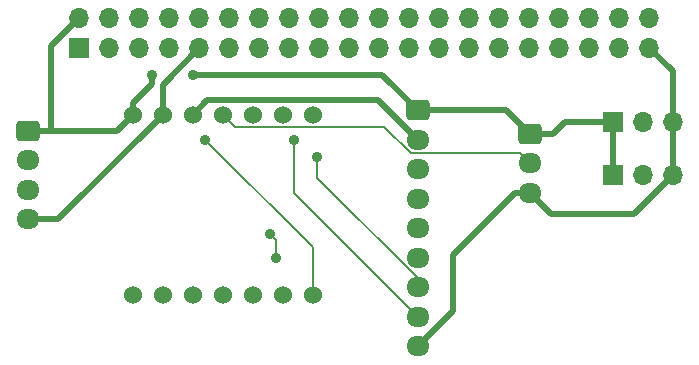
<source format=gbl>
G04 #@! TF.GenerationSoftware,KiCad,Pcbnew,8.0.7*
G04 #@! TF.CreationDate,2024-12-27T16:52:24+10:00*
G04 #@! TF.ProjectId,Input Board,496e7075-7420-4426-9f61-72642e6b6963,rev?*
G04 #@! TF.SameCoordinates,Original*
G04 #@! TF.FileFunction,Copper,L2,Bot*
G04 #@! TF.FilePolarity,Positive*
%FSLAX46Y46*%
G04 Gerber Fmt 4.6, Leading zero omitted, Abs format (unit mm)*
G04 Created by KiCad (PCBNEW 8.0.7) date 2024-12-27 16:52:24*
%MOMM*%
%LPD*%
G01*
G04 APERTURE LIST*
G04 Aperture macros list*
%AMRoundRect*
0 Rectangle with rounded corners*
0 $1 Rounding radius*
0 $2 $3 $4 $5 $6 $7 $8 $9 X,Y pos of 4 corners*
0 Add a 4 corners polygon primitive as box body*
4,1,4,$2,$3,$4,$5,$6,$7,$8,$9,$2,$3,0*
0 Add four circle primitives for the rounded corners*
1,1,$1+$1,$2,$3*
1,1,$1+$1,$4,$5*
1,1,$1+$1,$6,$7*
1,1,$1+$1,$8,$9*
0 Add four rect primitives between the rounded corners*
20,1,$1+$1,$2,$3,$4,$5,0*
20,1,$1+$1,$4,$5,$6,$7,0*
20,1,$1+$1,$6,$7,$8,$9,0*
20,1,$1+$1,$8,$9,$2,$3,0*%
G04 Aperture macros list end*
G04 #@! TA.AperFunction,ComponentPad*
%ADD10C,1.524000*%
G04 #@! TD*
G04 #@! TA.AperFunction,ComponentPad*
%ADD11O,1.950000X1.700000*%
G04 #@! TD*
G04 #@! TA.AperFunction,ComponentPad*
%ADD12RoundRect,0.250000X-0.725000X0.600000X-0.725000X-0.600000X0.725000X-0.600000X0.725000X0.600000X0*%
G04 #@! TD*
G04 #@! TA.AperFunction,ComponentPad*
%ADD13R,1.700000X1.700000*%
G04 #@! TD*
G04 #@! TA.AperFunction,ComponentPad*
%ADD14O,1.700000X1.700000*%
G04 #@! TD*
G04 #@! TA.AperFunction,ViaPad*
%ADD15C,0.900000*%
G04 #@! TD*
G04 #@! TA.AperFunction,Conductor*
%ADD16C,0.500000*%
G04 #@! TD*
G04 #@! TA.AperFunction,Conductor*
%ADD17C,0.200000*%
G04 #@! TD*
G04 APERTURE END LIST*
D10*
X112880000Y-54380000D03*
X115420000Y-54380000D03*
X117960000Y-54380000D03*
X120500000Y-54380000D03*
X123040000Y-54380000D03*
X125580000Y-54380000D03*
X128120000Y-54380000D03*
X128120000Y-69620000D03*
X125580000Y-69620000D03*
X123040000Y-69620000D03*
X120500000Y-69620000D03*
X117960000Y-69620000D03*
X115420000Y-69620000D03*
X112880000Y-69620000D03*
D11*
X137000000Y-74000000D03*
X137000000Y-71500000D03*
X137000000Y-69000000D03*
X137000000Y-66500000D03*
X137000000Y-64000000D03*
X137000000Y-61500000D03*
X137000000Y-59000000D03*
X137000000Y-56500000D03*
D12*
X137000000Y-54000000D03*
X104025000Y-55750000D03*
D11*
X104025000Y-58250000D03*
X104025000Y-60750000D03*
X104025000Y-63250000D03*
X146500000Y-61000000D03*
X146500000Y-58500000D03*
D12*
X146500000Y-56000000D03*
D13*
X153500000Y-59500000D03*
D14*
X156040000Y-59500000D03*
X158580000Y-59500000D03*
D13*
X153500000Y-55000000D03*
D14*
X156040000Y-55000000D03*
X158580000Y-55000000D03*
X156630000Y-46230000D03*
X156630000Y-48770000D03*
X154090000Y-46230000D03*
X154090000Y-48770000D03*
X151550000Y-46230000D03*
X151550000Y-48770000D03*
X149010000Y-46230000D03*
X149010000Y-48770000D03*
X146470000Y-46230000D03*
X146470000Y-48770000D03*
X143930000Y-46230000D03*
X143930000Y-48770000D03*
X141390000Y-46230000D03*
X141390000Y-48770000D03*
X138850000Y-46230000D03*
X138850000Y-48770000D03*
X136310000Y-46230000D03*
X136310000Y-48770000D03*
X133770000Y-46230000D03*
X133770000Y-48770000D03*
X131230000Y-46230000D03*
X131230000Y-48770000D03*
X128690000Y-46230000D03*
X128690000Y-48770000D03*
X126150000Y-46230000D03*
X126150000Y-48770000D03*
X123610000Y-46230000D03*
X123610000Y-48770000D03*
X121070000Y-46230000D03*
X121070000Y-48770000D03*
X118530000Y-46230000D03*
X118530000Y-48770000D03*
X115990000Y-46230000D03*
X115990000Y-48770000D03*
X113450000Y-46230000D03*
X113450000Y-48770000D03*
X110910000Y-46230000D03*
X110910000Y-48770000D03*
X108370000Y-46230000D03*
D13*
X108370000Y-48770000D03*
D15*
X124500000Y-64500000D03*
X125000000Y-66500000D03*
X119000000Y-56500000D03*
X128500000Y-58000000D03*
X126500000Y-56500000D03*
X118000000Y-51000000D03*
X114500000Y-51000000D03*
D16*
X155280000Y-62800000D02*
X158580000Y-59500000D01*
X148300000Y-62800000D02*
X155280000Y-62800000D01*
X106000000Y-55750000D02*
X106000000Y-48600000D01*
X106000000Y-55750000D02*
X111510000Y-55750000D01*
X104025000Y-55750000D02*
X106000000Y-55750000D01*
X106000000Y-48600000D02*
X108370000Y-46230000D01*
D17*
X125000000Y-65000000D02*
X124500000Y-64500000D01*
X125000000Y-66500000D02*
X125000000Y-65000000D01*
D16*
X153500000Y-55000000D02*
X153500000Y-59500000D01*
X149500000Y-55000000D02*
X153500000Y-55000000D01*
X148500000Y-56000000D02*
X149500000Y-55000000D01*
X158580000Y-55000000D02*
X158580000Y-59500000D01*
X158580000Y-50720000D02*
X158580000Y-55000000D01*
X156630000Y-48770000D02*
X158580000Y-50720000D01*
X148300000Y-62800000D02*
X146500000Y-61000000D01*
X146500000Y-56000000D02*
X148500000Y-56000000D01*
D17*
X136427563Y-57678909D02*
X145678909Y-57678909D01*
X145678909Y-57678909D02*
X146500000Y-58500000D01*
X134190654Y-55442000D02*
X136427563Y-57678909D01*
X120500000Y-54380000D02*
X121562000Y-55442000D01*
X121562000Y-55442000D02*
X134190654Y-55442000D01*
X128120000Y-65620000D02*
X119000000Y-56500000D01*
X128120000Y-69620000D02*
X128120000Y-65620000D01*
X137000000Y-68251346D02*
X137000000Y-69000000D01*
X128500000Y-59751346D02*
X137000000Y-68251346D01*
X128500000Y-58000000D02*
X128500000Y-59751346D01*
X126500000Y-61000000D02*
X137000000Y-71500000D01*
X126500000Y-56500000D02*
X126500000Y-61000000D01*
D16*
X133668000Y-53168000D02*
X137000000Y-56500000D01*
X119172000Y-53168000D02*
X133668000Y-53168000D01*
X117960000Y-54380000D02*
X119172000Y-53168000D01*
X144500000Y-54000000D02*
X146500000Y-56000000D01*
X137000000Y-54000000D02*
X144500000Y-54000000D01*
X134000000Y-51000000D02*
X137000000Y-54000000D01*
X118000000Y-51000000D02*
X134000000Y-51000000D01*
X114500000Y-51810051D02*
X114500000Y-51000000D01*
X112880000Y-53430051D02*
X114500000Y-51810051D01*
X112880000Y-54380000D02*
X112880000Y-53430051D01*
X140000000Y-71000000D02*
X137000000Y-74000000D01*
X145275000Y-61000000D02*
X140000000Y-66275000D01*
X140000000Y-66275000D02*
X140000000Y-71000000D01*
X146500000Y-61000000D02*
X145275000Y-61000000D01*
X115420000Y-54380000D02*
X115420000Y-51880000D01*
X115420000Y-51880000D02*
X118530000Y-48770000D01*
X106550000Y-63250000D02*
X115420000Y-54380000D01*
X104025000Y-63250000D02*
X106550000Y-63250000D01*
X111510000Y-55750000D02*
X112880000Y-54380000D01*
M02*

</source>
